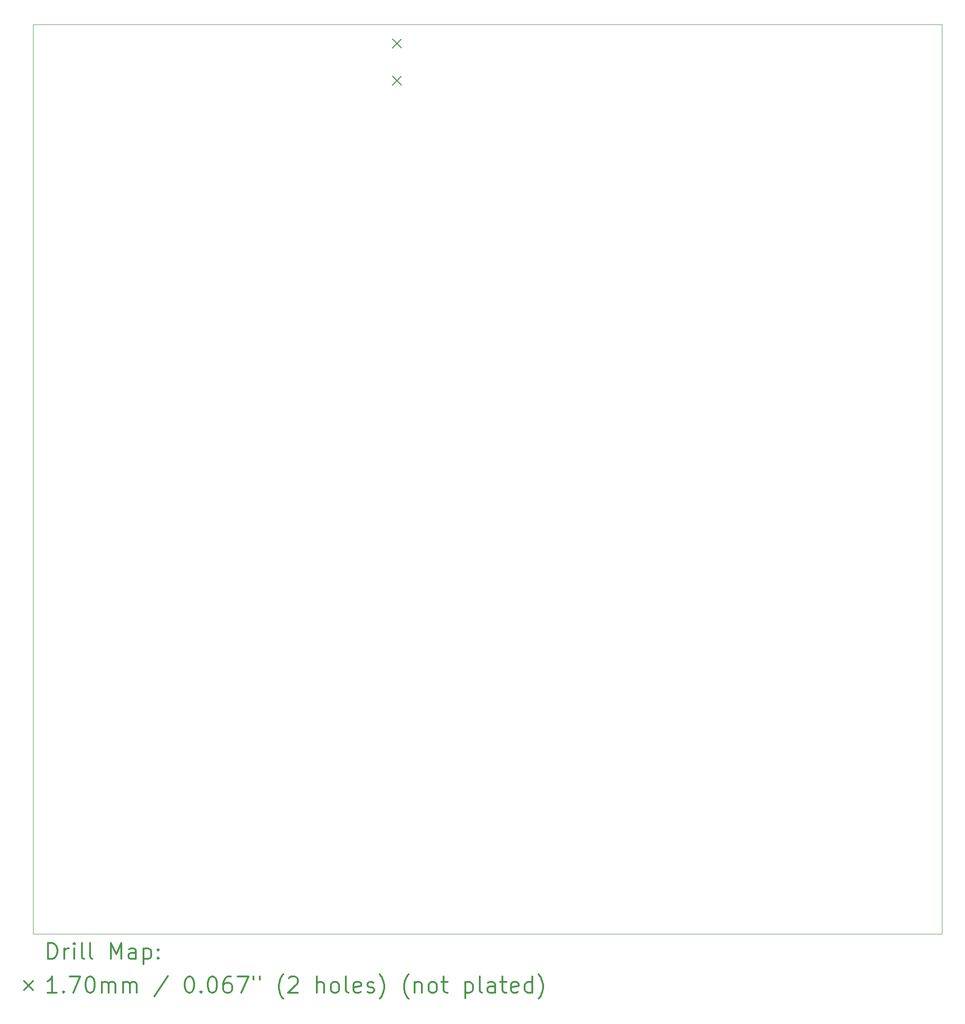
<source format=gbr>
%FSLAX45Y45*%
G04 Gerber Fmt 4.5, Leading zero omitted, Abs format (unit mm)*
G04 Created by KiCad (PCBNEW (5.1.6)-1) date 2023-10-07 11:21:32*
%MOMM*%
%LPD*%
G01*
G04 APERTURE LIST*
%TA.AperFunction,Profile*%
%ADD10C,0.050000*%
%TD*%
%ADD11C,0.200000*%
%ADD12C,0.300000*%
G04 APERTURE END LIST*
D10*
X29725400Y-22689600D02*
X29725400Y-5689600D01*
X12725400Y-22689600D02*
X29725400Y-22689600D01*
X12725400Y-5689600D02*
X12725400Y-22689600D01*
X12725400Y-5689600D02*
X29725400Y-5689600D01*
D11*
X19447600Y-5954600D02*
X19617600Y-6124600D01*
X19617600Y-5954600D02*
X19447600Y-6124600D01*
X19447600Y-6654600D02*
X19617600Y-6824600D01*
X19617600Y-6654600D02*
X19447600Y-6824600D01*
D12*
X13009328Y-23157814D02*
X13009328Y-22857814D01*
X13080757Y-22857814D01*
X13123614Y-22872100D01*
X13152186Y-22900671D01*
X13166471Y-22929243D01*
X13180757Y-22986386D01*
X13180757Y-23029243D01*
X13166471Y-23086386D01*
X13152186Y-23114957D01*
X13123614Y-23143529D01*
X13080757Y-23157814D01*
X13009328Y-23157814D01*
X13309328Y-23157814D02*
X13309328Y-22957814D01*
X13309328Y-23014957D02*
X13323614Y-22986386D01*
X13337900Y-22972100D01*
X13366471Y-22957814D01*
X13395043Y-22957814D01*
X13495043Y-23157814D02*
X13495043Y-22957814D01*
X13495043Y-22857814D02*
X13480757Y-22872100D01*
X13495043Y-22886386D01*
X13509328Y-22872100D01*
X13495043Y-22857814D01*
X13495043Y-22886386D01*
X13680757Y-23157814D02*
X13652186Y-23143529D01*
X13637900Y-23114957D01*
X13637900Y-22857814D01*
X13837900Y-23157814D02*
X13809328Y-23143529D01*
X13795043Y-23114957D01*
X13795043Y-22857814D01*
X14180757Y-23157814D02*
X14180757Y-22857814D01*
X14280757Y-23072100D01*
X14380757Y-22857814D01*
X14380757Y-23157814D01*
X14652186Y-23157814D02*
X14652186Y-23000671D01*
X14637900Y-22972100D01*
X14609328Y-22957814D01*
X14552186Y-22957814D01*
X14523614Y-22972100D01*
X14652186Y-23143529D02*
X14623614Y-23157814D01*
X14552186Y-23157814D01*
X14523614Y-23143529D01*
X14509328Y-23114957D01*
X14509328Y-23086386D01*
X14523614Y-23057814D01*
X14552186Y-23043529D01*
X14623614Y-23043529D01*
X14652186Y-23029243D01*
X14795043Y-22957814D02*
X14795043Y-23257814D01*
X14795043Y-22972100D02*
X14823614Y-22957814D01*
X14880757Y-22957814D01*
X14909328Y-22972100D01*
X14923614Y-22986386D01*
X14937900Y-23014957D01*
X14937900Y-23100671D01*
X14923614Y-23129243D01*
X14909328Y-23143529D01*
X14880757Y-23157814D01*
X14823614Y-23157814D01*
X14795043Y-23143529D01*
X15066471Y-23129243D02*
X15080757Y-23143529D01*
X15066471Y-23157814D01*
X15052186Y-23143529D01*
X15066471Y-23129243D01*
X15066471Y-23157814D01*
X15066471Y-22972100D02*
X15080757Y-22986386D01*
X15066471Y-23000671D01*
X15052186Y-22986386D01*
X15066471Y-22972100D01*
X15066471Y-23000671D01*
X12552900Y-23567100D02*
X12722900Y-23737100D01*
X12722900Y-23567100D02*
X12552900Y-23737100D01*
X13166471Y-23787814D02*
X12995043Y-23787814D01*
X13080757Y-23787814D02*
X13080757Y-23487814D01*
X13052186Y-23530671D01*
X13023614Y-23559243D01*
X12995043Y-23573529D01*
X13295043Y-23759243D02*
X13309328Y-23773529D01*
X13295043Y-23787814D01*
X13280757Y-23773529D01*
X13295043Y-23759243D01*
X13295043Y-23787814D01*
X13409328Y-23487814D02*
X13609328Y-23487814D01*
X13480757Y-23787814D01*
X13780757Y-23487814D02*
X13809328Y-23487814D01*
X13837900Y-23502100D01*
X13852186Y-23516386D01*
X13866471Y-23544957D01*
X13880757Y-23602100D01*
X13880757Y-23673529D01*
X13866471Y-23730671D01*
X13852186Y-23759243D01*
X13837900Y-23773529D01*
X13809328Y-23787814D01*
X13780757Y-23787814D01*
X13752186Y-23773529D01*
X13737900Y-23759243D01*
X13723614Y-23730671D01*
X13709328Y-23673529D01*
X13709328Y-23602100D01*
X13723614Y-23544957D01*
X13737900Y-23516386D01*
X13752186Y-23502100D01*
X13780757Y-23487814D01*
X14009328Y-23787814D02*
X14009328Y-23587814D01*
X14009328Y-23616386D02*
X14023614Y-23602100D01*
X14052186Y-23587814D01*
X14095043Y-23587814D01*
X14123614Y-23602100D01*
X14137900Y-23630671D01*
X14137900Y-23787814D01*
X14137900Y-23630671D02*
X14152186Y-23602100D01*
X14180757Y-23587814D01*
X14223614Y-23587814D01*
X14252186Y-23602100D01*
X14266471Y-23630671D01*
X14266471Y-23787814D01*
X14409328Y-23787814D02*
X14409328Y-23587814D01*
X14409328Y-23616386D02*
X14423614Y-23602100D01*
X14452186Y-23587814D01*
X14495043Y-23587814D01*
X14523614Y-23602100D01*
X14537900Y-23630671D01*
X14537900Y-23787814D01*
X14537900Y-23630671D02*
X14552186Y-23602100D01*
X14580757Y-23587814D01*
X14623614Y-23587814D01*
X14652186Y-23602100D01*
X14666471Y-23630671D01*
X14666471Y-23787814D01*
X15252186Y-23473529D02*
X14995043Y-23859243D01*
X15637900Y-23487814D02*
X15666471Y-23487814D01*
X15695043Y-23502100D01*
X15709328Y-23516386D01*
X15723614Y-23544957D01*
X15737900Y-23602100D01*
X15737900Y-23673529D01*
X15723614Y-23730671D01*
X15709328Y-23759243D01*
X15695043Y-23773529D01*
X15666471Y-23787814D01*
X15637900Y-23787814D01*
X15609328Y-23773529D01*
X15595043Y-23759243D01*
X15580757Y-23730671D01*
X15566471Y-23673529D01*
X15566471Y-23602100D01*
X15580757Y-23544957D01*
X15595043Y-23516386D01*
X15609328Y-23502100D01*
X15637900Y-23487814D01*
X15866471Y-23759243D02*
X15880757Y-23773529D01*
X15866471Y-23787814D01*
X15852186Y-23773529D01*
X15866471Y-23759243D01*
X15866471Y-23787814D01*
X16066471Y-23487814D02*
X16095043Y-23487814D01*
X16123614Y-23502100D01*
X16137900Y-23516386D01*
X16152186Y-23544957D01*
X16166471Y-23602100D01*
X16166471Y-23673529D01*
X16152186Y-23730671D01*
X16137900Y-23759243D01*
X16123614Y-23773529D01*
X16095043Y-23787814D01*
X16066471Y-23787814D01*
X16037900Y-23773529D01*
X16023614Y-23759243D01*
X16009328Y-23730671D01*
X15995043Y-23673529D01*
X15995043Y-23602100D01*
X16009328Y-23544957D01*
X16023614Y-23516386D01*
X16037900Y-23502100D01*
X16066471Y-23487814D01*
X16423614Y-23487814D02*
X16366471Y-23487814D01*
X16337900Y-23502100D01*
X16323614Y-23516386D01*
X16295043Y-23559243D01*
X16280757Y-23616386D01*
X16280757Y-23730671D01*
X16295043Y-23759243D01*
X16309328Y-23773529D01*
X16337900Y-23787814D01*
X16395043Y-23787814D01*
X16423614Y-23773529D01*
X16437900Y-23759243D01*
X16452186Y-23730671D01*
X16452186Y-23659243D01*
X16437900Y-23630671D01*
X16423614Y-23616386D01*
X16395043Y-23602100D01*
X16337900Y-23602100D01*
X16309328Y-23616386D01*
X16295043Y-23630671D01*
X16280757Y-23659243D01*
X16552186Y-23487814D02*
X16752186Y-23487814D01*
X16623614Y-23787814D01*
X16852186Y-23487814D02*
X16852186Y-23544957D01*
X16966471Y-23487814D02*
X16966471Y-23544957D01*
X17409328Y-23902100D02*
X17395043Y-23887814D01*
X17366471Y-23844957D01*
X17352186Y-23816386D01*
X17337900Y-23773529D01*
X17323614Y-23702100D01*
X17323614Y-23644957D01*
X17337900Y-23573529D01*
X17352186Y-23530671D01*
X17366471Y-23502100D01*
X17395043Y-23459243D01*
X17409328Y-23444957D01*
X17509328Y-23516386D02*
X17523614Y-23502100D01*
X17552186Y-23487814D01*
X17623614Y-23487814D01*
X17652186Y-23502100D01*
X17666471Y-23516386D01*
X17680757Y-23544957D01*
X17680757Y-23573529D01*
X17666471Y-23616386D01*
X17495043Y-23787814D01*
X17680757Y-23787814D01*
X18037900Y-23787814D02*
X18037900Y-23487814D01*
X18166471Y-23787814D02*
X18166471Y-23630671D01*
X18152186Y-23602100D01*
X18123614Y-23587814D01*
X18080757Y-23587814D01*
X18052186Y-23602100D01*
X18037900Y-23616386D01*
X18352186Y-23787814D02*
X18323614Y-23773529D01*
X18309328Y-23759243D01*
X18295043Y-23730671D01*
X18295043Y-23644957D01*
X18309328Y-23616386D01*
X18323614Y-23602100D01*
X18352186Y-23587814D01*
X18395043Y-23587814D01*
X18423614Y-23602100D01*
X18437900Y-23616386D01*
X18452186Y-23644957D01*
X18452186Y-23730671D01*
X18437900Y-23759243D01*
X18423614Y-23773529D01*
X18395043Y-23787814D01*
X18352186Y-23787814D01*
X18623614Y-23787814D02*
X18595043Y-23773529D01*
X18580757Y-23744957D01*
X18580757Y-23487814D01*
X18852186Y-23773529D02*
X18823614Y-23787814D01*
X18766471Y-23787814D01*
X18737900Y-23773529D01*
X18723614Y-23744957D01*
X18723614Y-23630671D01*
X18737900Y-23602100D01*
X18766471Y-23587814D01*
X18823614Y-23587814D01*
X18852186Y-23602100D01*
X18866471Y-23630671D01*
X18866471Y-23659243D01*
X18723614Y-23687814D01*
X18980757Y-23773529D02*
X19009328Y-23787814D01*
X19066471Y-23787814D01*
X19095043Y-23773529D01*
X19109328Y-23744957D01*
X19109328Y-23730671D01*
X19095043Y-23702100D01*
X19066471Y-23687814D01*
X19023614Y-23687814D01*
X18995043Y-23673529D01*
X18980757Y-23644957D01*
X18980757Y-23630671D01*
X18995043Y-23602100D01*
X19023614Y-23587814D01*
X19066471Y-23587814D01*
X19095043Y-23602100D01*
X19209328Y-23902100D02*
X19223614Y-23887814D01*
X19252186Y-23844957D01*
X19266471Y-23816386D01*
X19280757Y-23773529D01*
X19295043Y-23702100D01*
X19295043Y-23644957D01*
X19280757Y-23573529D01*
X19266471Y-23530671D01*
X19252186Y-23502100D01*
X19223614Y-23459243D01*
X19209328Y-23444957D01*
X19752186Y-23902100D02*
X19737900Y-23887814D01*
X19709328Y-23844957D01*
X19695043Y-23816386D01*
X19680757Y-23773529D01*
X19666471Y-23702100D01*
X19666471Y-23644957D01*
X19680757Y-23573529D01*
X19695043Y-23530671D01*
X19709328Y-23502100D01*
X19737900Y-23459243D01*
X19752186Y-23444957D01*
X19866471Y-23587814D02*
X19866471Y-23787814D01*
X19866471Y-23616386D02*
X19880757Y-23602100D01*
X19909328Y-23587814D01*
X19952186Y-23587814D01*
X19980757Y-23602100D01*
X19995043Y-23630671D01*
X19995043Y-23787814D01*
X20180757Y-23787814D02*
X20152186Y-23773529D01*
X20137900Y-23759243D01*
X20123614Y-23730671D01*
X20123614Y-23644957D01*
X20137900Y-23616386D01*
X20152186Y-23602100D01*
X20180757Y-23587814D01*
X20223614Y-23587814D01*
X20252186Y-23602100D01*
X20266471Y-23616386D01*
X20280757Y-23644957D01*
X20280757Y-23730671D01*
X20266471Y-23759243D01*
X20252186Y-23773529D01*
X20223614Y-23787814D01*
X20180757Y-23787814D01*
X20366471Y-23587814D02*
X20480757Y-23587814D01*
X20409328Y-23487814D02*
X20409328Y-23744957D01*
X20423614Y-23773529D01*
X20452186Y-23787814D01*
X20480757Y-23787814D01*
X20809328Y-23587814D02*
X20809328Y-23887814D01*
X20809328Y-23602100D02*
X20837900Y-23587814D01*
X20895043Y-23587814D01*
X20923614Y-23602100D01*
X20937900Y-23616386D01*
X20952186Y-23644957D01*
X20952186Y-23730671D01*
X20937900Y-23759243D01*
X20923614Y-23773529D01*
X20895043Y-23787814D01*
X20837900Y-23787814D01*
X20809328Y-23773529D01*
X21123614Y-23787814D02*
X21095043Y-23773529D01*
X21080757Y-23744957D01*
X21080757Y-23487814D01*
X21366471Y-23787814D02*
X21366471Y-23630671D01*
X21352186Y-23602100D01*
X21323614Y-23587814D01*
X21266471Y-23587814D01*
X21237900Y-23602100D01*
X21366471Y-23773529D02*
X21337900Y-23787814D01*
X21266471Y-23787814D01*
X21237900Y-23773529D01*
X21223614Y-23744957D01*
X21223614Y-23716386D01*
X21237900Y-23687814D01*
X21266471Y-23673529D01*
X21337900Y-23673529D01*
X21366471Y-23659243D01*
X21466471Y-23587814D02*
X21580757Y-23587814D01*
X21509328Y-23487814D02*
X21509328Y-23744957D01*
X21523614Y-23773529D01*
X21552186Y-23787814D01*
X21580757Y-23787814D01*
X21795043Y-23773529D02*
X21766471Y-23787814D01*
X21709328Y-23787814D01*
X21680757Y-23773529D01*
X21666471Y-23744957D01*
X21666471Y-23630671D01*
X21680757Y-23602100D01*
X21709328Y-23587814D01*
X21766471Y-23587814D01*
X21795043Y-23602100D01*
X21809328Y-23630671D01*
X21809328Y-23659243D01*
X21666471Y-23687814D01*
X22066471Y-23787814D02*
X22066471Y-23487814D01*
X22066471Y-23773529D02*
X22037900Y-23787814D01*
X21980757Y-23787814D01*
X21952186Y-23773529D01*
X21937900Y-23759243D01*
X21923614Y-23730671D01*
X21923614Y-23644957D01*
X21937900Y-23616386D01*
X21952186Y-23602100D01*
X21980757Y-23587814D01*
X22037900Y-23587814D01*
X22066471Y-23602100D01*
X22180757Y-23902100D02*
X22195043Y-23887814D01*
X22223614Y-23844957D01*
X22237900Y-23816386D01*
X22252186Y-23773529D01*
X22266471Y-23702100D01*
X22266471Y-23644957D01*
X22252186Y-23573529D01*
X22237900Y-23530671D01*
X22223614Y-23502100D01*
X22195043Y-23459243D01*
X22180757Y-23444957D01*
M02*

</source>
